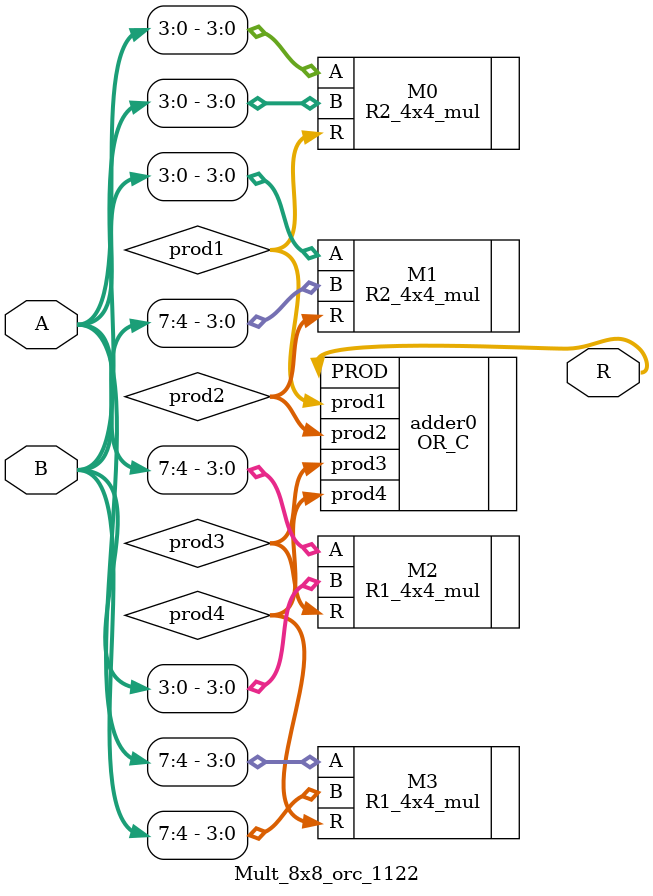
<source format=v>
module Mult_8x8_orc_1122(
input [7:0] A,
input [7:0] B,
output [15:0]R
);
wire [7:0]prod1;
wire [7:0]prod2;
wire [7:0]prod3;
wire [7:0]prod4;

R2_4x4_mul M0(.A(A[3:0]),.B(B[3:0]),.R(prod1));
R2_4x4_mul M1(.A(A[3:0]),.B(B[7:4]),.R(prod2));
R1_4x4_mul M2(.A(A[7:4]),.B(B[3:0]),.R(prod3));
R1_4x4_mul M3(.A(A[7:4]),.B(B[7:4]),.R(prod4));
OR_C adder0(.prod1(prod1),.prod2(prod2),.prod3(prod3),.prod4(prod4),.PROD(R));
endmodule

</source>
